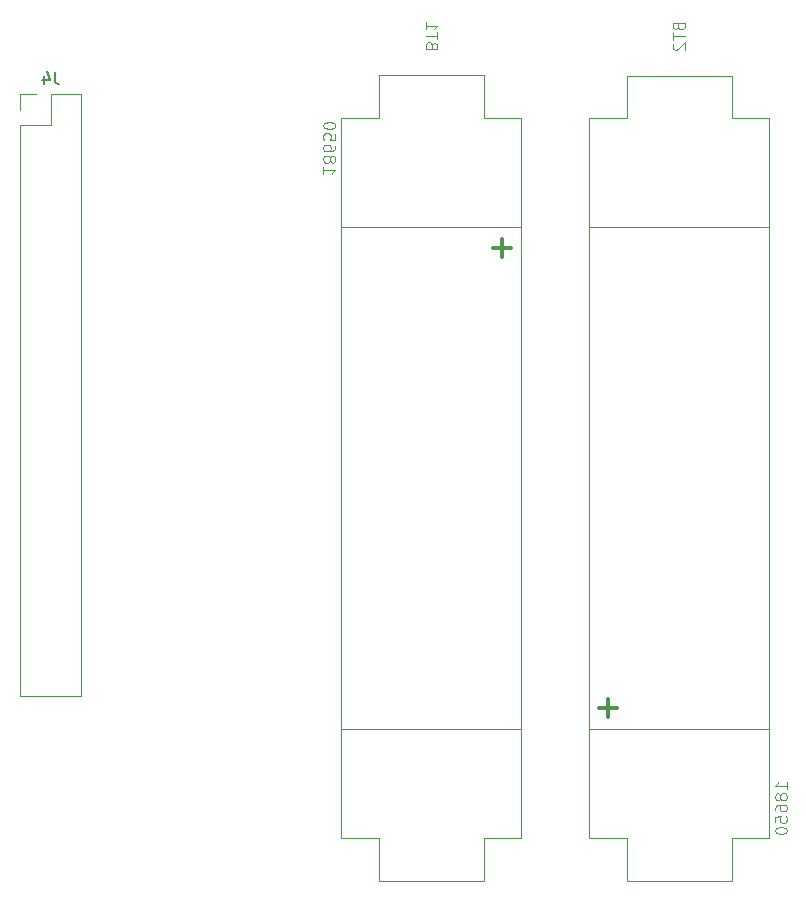
<source format=gbr>
%TF.GenerationSoftware,KiCad,Pcbnew,9.0.5*%
%TF.CreationDate,2025-11-24T08:34:37-05:00*%
%TF.ProjectId,devboard,64657662-6f61-4726-942e-6b696361645f,rev?*%
%TF.SameCoordinates,Original*%
%TF.FileFunction,Legend,Bot*%
%TF.FilePolarity,Positive*%
%FSLAX46Y46*%
G04 Gerber Fmt 4.6, Leading zero omitted, Abs format (unit mm)*
G04 Created by KiCad (PCBNEW 9.0.5) date 2025-11-24 08:34:37*
%MOMM*%
%LPD*%
G01*
G04 APERTURE LIST*
%ADD10C,0.100000*%
%ADD11C,0.150000*%
%ADD12C,0.300000*%
%ADD13C,0.120000*%
G04 APERTURE END LIST*
D10*
X167433609Y-51782142D02*
X167481228Y-51924999D01*
X167481228Y-51924999D02*
X167528847Y-51972618D01*
X167528847Y-51972618D02*
X167624085Y-52020237D01*
X167624085Y-52020237D02*
X167766942Y-52020237D01*
X167766942Y-52020237D02*
X167862180Y-51972618D01*
X167862180Y-51972618D02*
X167909800Y-51924999D01*
X167909800Y-51924999D02*
X167957419Y-51829761D01*
X167957419Y-51829761D02*
X167957419Y-51448809D01*
X167957419Y-51448809D02*
X166957419Y-51448809D01*
X166957419Y-51448809D02*
X166957419Y-51782142D01*
X166957419Y-51782142D02*
X167005038Y-51877380D01*
X167005038Y-51877380D02*
X167052657Y-51924999D01*
X167052657Y-51924999D02*
X167147895Y-51972618D01*
X167147895Y-51972618D02*
X167243133Y-51972618D01*
X167243133Y-51972618D02*
X167338371Y-51924999D01*
X167338371Y-51924999D02*
X167385990Y-51877380D01*
X167385990Y-51877380D02*
X167433609Y-51782142D01*
X167433609Y-51782142D02*
X167433609Y-51448809D01*
X166957419Y-52305952D02*
X166957419Y-52877380D01*
X167957419Y-52591666D02*
X166957419Y-52591666D01*
X167052657Y-53163095D02*
X167005038Y-53210714D01*
X167005038Y-53210714D02*
X166957419Y-53305952D01*
X166957419Y-53305952D02*
X166957419Y-53544047D01*
X166957419Y-53544047D02*
X167005038Y-53639285D01*
X167005038Y-53639285D02*
X167052657Y-53686904D01*
X167052657Y-53686904D02*
X167147895Y-53734523D01*
X167147895Y-53734523D02*
X167243133Y-53734523D01*
X167243133Y-53734523D02*
X167385990Y-53686904D01*
X167385990Y-53686904D02*
X167957419Y-53115476D01*
X167957419Y-53115476D02*
X167957419Y-53734523D01*
X176622419Y-116327693D02*
X176622419Y-115756265D01*
X176622419Y-116041979D02*
X175622419Y-116041979D01*
X175622419Y-116041979D02*
X175765276Y-115946741D01*
X175765276Y-115946741D02*
X175860514Y-115851503D01*
X175860514Y-115851503D02*
X175908133Y-115756265D01*
X176050990Y-116899122D02*
X176003371Y-116803884D01*
X176003371Y-116803884D02*
X175955752Y-116756265D01*
X175955752Y-116756265D02*
X175860514Y-116708646D01*
X175860514Y-116708646D02*
X175812895Y-116708646D01*
X175812895Y-116708646D02*
X175717657Y-116756265D01*
X175717657Y-116756265D02*
X175670038Y-116803884D01*
X175670038Y-116803884D02*
X175622419Y-116899122D01*
X175622419Y-116899122D02*
X175622419Y-117089598D01*
X175622419Y-117089598D02*
X175670038Y-117184836D01*
X175670038Y-117184836D02*
X175717657Y-117232455D01*
X175717657Y-117232455D02*
X175812895Y-117280074D01*
X175812895Y-117280074D02*
X175860514Y-117280074D01*
X175860514Y-117280074D02*
X175955752Y-117232455D01*
X175955752Y-117232455D02*
X176003371Y-117184836D01*
X176003371Y-117184836D02*
X176050990Y-117089598D01*
X176050990Y-117089598D02*
X176050990Y-116899122D01*
X176050990Y-116899122D02*
X176098609Y-116803884D01*
X176098609Y-116803884D02*
X176146228Y-116756265D01*
X176146228Y-116756265D02*
X176241466Y-116708646D01*
X176241466Y-116708646D02*
X176431942Y-116708646D01*
X176431942Y-116708646D02*
X176527180Y-116756265D01*
X176527180Y-116756265D02*
X176574800Y-116803884D01*
X176574800Y-116803884D02*
X176622419Y-116899122D01*
X176622419Y-116899122D02*
X176622419Y-117089598D01*
X176622419Y-117089598D02*
X176574800Y-117184836D01*
X176574800Y-117184836D02*
X176527180Y-117232455D01*
X176527180Y-117232455D02*
X176431942Y-117280074D01*
X176431942Y-117280074D02*
X176241466Y-117280074D01*
X176241466Y-117280074D02*
X176146228Y-117232455D01*
X176146228Y-117232455D02*
X176098609Y-117184836D01*
X176098609Y-117184836D02*
X176050990Y-117089598D01*
X175622419Y-118137217D02*
X175622419Y-117946741D01*
X175622419Y-117946741D02*
X175670038Y-117851503D01*
X175670038Y-117851503D02*
X175717657Y-117803884D01*
X175717657Y-117803884D02*
X175860514Y-117708646D01*
X175860514Y-117708646D02*
X176050990Y-117661027D01*
X176050990Y-117661027D02*
X176431942Y-117661027D01*
X176431942Y-117661027D02*
X176527180Y-117708646D01*
X176527180Y-117708646D02*
X176574800Y-117756265D01*
X176574800Y-117756265D02*
X176622419Y-117851503D01*
X176622419Y-117851503D02*
X176622419Y-118041979D01*
X176622419Y-118041979D02*
X176574800Y-118137217D01*
X176574800Y-118137217D02*
X176527180Y-118184836D01*
X176527180Y-118184836D02*
X176431942Y-118232455D01*
X176431942Y-118232455D02*
X176193847Y-118232455D01*
X176193847Y-118232455D02*
X176098609Y-118184836D01*
X176098609Y-118184836D02*
X176050990Y-118137217D01*
X176050990Y-118137217D02*
X176003371Y-118041979D01*
X176003371Y-118041979D02*
X176003371Y-117851503D01*
X176003371Y-117851503D02*
X176050990Y-117756265D01*
X176050990Y-117756265D02*
X176098609Y-117708646D01*
X176098609Y-117708646D02*
X176193847Y-117661027D01*
X175622419Y-119137217D02*
X175622419Y-118661027D01*
X175622419Y-118661027D02*
X176098609Y-118613408D01*
X176098609Y-118613408D02*
X176050990Y-118661027D01*
X176050990Y-118661027D02*
X176003371Y-118756265D01*
X176003371Y-118756265D02*
X176003371Y-118994360D01*
X176003371Y-118994360D02*
X176050990Y-119089598D01*
X176050990Y-119089598D02*
X176098609Y-119137217D01*
X176098609Y-119137217D02*
X176193847Y-119184836D01*
X176193847Y-119184836D02*
X176431942Y-119184836D01*
X176431942Y-119184836D02*
X176527180Y-119137217D01*
X176527180Y-119137217D02*
X176574800Y-119089598D01*
X176574800Y-119089598D02*
X176622419Y-118994360D01*
X176622419Y-118994360D02*
X176622419Y-118756265D01*
X176622419Y-118756265D02*
X176574800Y-118661027D01*
X176574800Y-118661027D02*
X176527180Y-118613408D01*
X175622419Y-119803884D02*
X175622419Y-119899122D01*
X175622419Y-119899122D02*
X175670038Y-119994360D01*
X175670038Y-119994360D02*
X175717657Y-120041979D01*
X175717657Y-120041979D02*
X175812895Y-120089598D01*
X175812895Y-120089598D02*
X176003371Y-120137217D01*
X176003371Y-120137217D02*
X176241466Y-120137217D01*
X176241466Y-120137217D02*
X176431942Y-120089598D01*
X176431942Y-120089598D02*
X176527180Y-120041979D01*
X176527180Y-120041979D02*
X176574800Y-119994360D01*
X176574800Y-119994360D02*
X176622419Y-119899122D01*
X176622419Y-119899122D02*
X176622419Y-119803884D01*
X176622419Y-119803884D02*
X176574800Y-119708646D01*
X176574800Y-119708646D02*
X176527180Y-119661027D01*
X176527180Y-119661027D02*
X176431942Y-119613408D01*
X176431942Y-119613408D02*
X176241466Y-119565789D01*
X176241466Y-119565789D02*
X176003371Y-119565789D01*
X176003371Y-119565789D02*
X175812895Y-119613408D01*
X175812895Y-119613408D02*
X175717657Y-119661027D01*
X175717657Y-119661027D02*
X175670038Y-119708646D01*
X175670038Y-119708646D02*
X175622419Y-119803884D01*
D11*
X114641333Y-55607469D02*
X114641333Y-56321754D01*
X114641333Y-56321754D02*
X114688952Y-56464611D01*
X114688952Y-56464611D02*
X114784190Y-56559850D01*
X114784190Y-56559850D02*
X114927047Y-56607469D01*
X114927047Y-56607469D02*
X115022285Y-56607469D01*
X113736571Y-55940802D02*
X113736571Y-56607469D01*
X113974666Y-55559850D02*
X114212761Y-56274135D01*
X114212761Y-56274135D02*
X113593714Y-56274135D01*
D10*
X146566390Y-53353571D02*
X146518771Y-53210714D01*
X146518771Y-53210714D02*
X146471152Y-53163095D01*
X146471152Y-53163095D02*
X146375914Y-53115476D01*
X146375914Y-53115476D02*
X146233057Y-53115476D01*
X146233057Y-53115476D02*
X146137819Y-53163095D01*
X146137819Y-53163095D02*
X146090200Y-53210714D01*
X146090200Y-53210714D02*
X146042580Y-53305952D01*
X146042580Y-53305952D02*
X146042580Y-53686904D01*
X146042580Y-53686904D02*
X147042580Y-53686904D01*
X147042580Y-53686904D02*
X147042580Y-53353571D01*
X147042580Y-53353571D02*
X146994961Y-53258333D01*
X146994961Y-53258333D02*
X146947342Y-53210714D01*
X146947342Y-53210714D02*
X146852104Y-53163095D01*
X146852104Y-53163095D02*
X146756866Y-53163095D01*
X146756866Y-53163095D02*
X146661628Y-53210714D01*
X146661628Y-53210714D02*
X146614009Y-53258333D01*
X146614009Y-53258333D02*
X146566390Y-53353571D01*
X146566390Y-53353571D02*
X146566390Y-53686904D01*
X147042580Y-52829761D02*
X147042580Y-52258333D01*
X146042580Y-52544047D02*
X147042580Y-52544047D01*
X146042580Y-51401190D02*
X146042580Y-51972618D01*
X146042580Y-51686904D02*
X147042580Y-51686904D01*
X147042580Y-51686904D02*
X146899723Y-51782142D01*
X146899723Y-51782142D02*
X146804485Y-51877380D01*
X146804485Y-51877380D02*
X146756866Y-51972618D01*
X137377580Y-63672306D02*
X137377580Y-64243734D01*
X137377580Y-63958020D02*
X138377580Y-63958020D01*
X138377580Y-63958020D02*
X138234723Y-64053258D01*
X138234723Y-64053258D02*
X138139485Y-64148496D01*
X138139485Y-64148496D02*
X138091866Y-64243734D01*
X137949009Y-63100877D02*
X137996628Y-63196115D01*
X137996628Y-63196115D02*
X138044247Y-63243734D01*
X138044247Y-63243734D02*
X138139485Y-63291353D01*
X138139485Y-63291353D02*
X138187104Y-63291353D01*
X138187104Y-63291353D02*
X138282342Y-63243734D01*
X138282342Y-63243734D02*
X138329961Y-63196115D01*
X138329961Y-63196115D02*
X138377580Y-63100877D01*
X138377580Y-63100877D02*
X138377580Y-62910401D01*
X138377580Y-62910401D02*
X138329961Y-62815163D01*
X138329961Y-62815163D02*
X138282342Y-62767544D01*
X138282342Y-62767544D02*
X138187104Y-62719925D01*
X138187104Y-62719925D02*
X138139485Y-62719925D01*
X138139485Y-62719925D02*
X138044247Y-62767544D01*
X138044247Y-62767544D02*
X137996628Y-62815163D01*
X137996628Y-62815163D02*
X137949009Y-62910401D01*
X137949009Y-62910401D02*
X137949009Y-63100877D01*
X137949009Y-63100877D02*
X137901390Y-63196115D01*
X137901390Y-63196115D02*
X137853771Y-63243734D01*
X137853771Y-63243734D02*
X137758533Y-63291353D01*
X137758533Y-63291353D02*
X137568057Y-63291353D01*
X137568057Y-63291353D02*
X137472819Y-63243734D01*
X137472819Y-63243734D02*
X137425200Y-63196115D01*
X137425200Y-63196115D02*
X137377580Y-63100877D01*
X137377580Y-63100877D02*
X137377580Y-62910401D01*
X137377580Y-62910401D02*
X137425200Y-62815163D01*
X137425200Y-62815163D02*
X137472819Y-62767544D01*
X137472819Y-62767544D02*
X137568057Y-62719925D01*
X137568057Y-62719925D02*
X137758533Y-62719925D01*
X137758533Y-62719925D02*
X137853771Y-62767544D01*
X137853771Y-62767544D02*
X137901390Y-62815163D01*
X137901390Y-62815163D02*
X137949009Y-62910401D01*
X138377580Y-61862782D02*
X138377580Y-62053258D01*
X138377580Y-62053258D02*
X138329961Y-62148496D01*
X138329961Y-62148496D02*
X138282342Y-62196115D01*
X138282342Y-62196115D02*
X138139485Y-62291353D01*
X138139485Y-62291353D02*
X137949009Y-62338972D01*
X137949009Y-62338972D02*
X137568057Y-62338972D01*
X137568057Y-62338972D02*
X137472819Y-62291353D01*
X137472819Y-62291353D02*
X137425200Y-62243734D01*
X137425200Y-62243734D02*
X137377580Y-62148496D01*
X137377580Y-62148496D02*
X137377580Y-61958020D01*
X137377580Y-61958020D02*
X137425200Y-61862782D01*
X137425200Y-61862782D02*
X137472819Y-61815163D01*
X137472819Y-61815163D02*
X137568057Y-61767544D01*
X137568057Y-61767544D02*
X137806152Y-61767544D01*
X137806152Y-61767544D02*
X137901390Y-61815163D01*
X137901390Y-61815163D02*
X137949009Y-61862782D01*
X137949009Y-61862782D02*
X137996628Y-61958020D01*
X137996628Y-61958020D02*
X137996628Y-62148496D01*
X137996628Y-62148496D02*
X137949009Y-62243734D01*
X137949009Y-62243734D02*
X137901390Y-62291353D01*
X137901390Y-62291353D02*
X137806152Y-62338972D01*
X138377580Y-60862782D02*
X138377580Y-61338972D01*
X138377580Y-61338972D02*
X137901390Y-61386591D01*
X137901390Y-61386591D02*
X137949009Y-61338972D01*
X137949009Y-61338972D02*
X137996628Y-61243734D01*
X137996628Y-61243734D02*
X137996628Y-61005639D01*
X137996628Y-61005639D02*
X137949009Y-60910401D01*
X137949009Y-60910401D02*
X137901390Y-60862782D01*
X137901390Y-60862782D02*
X137806152Y-60815163D01*
X137806152Y-60815163D02*
X137568057Y-60815163D01*
X137568057Y-60815163D02*
X137472819Y-60862782D01*
X137472819Y-60862782D02*
X137425200Y-60910401D01*
X137425200Y-60910401D02*
X137377580Y-61005639D01*
X137377580Y-61005639D02*
X137377580Y-61243734D01*
X137377580Y-61243734D02*
X137425200Y-61338972D01*
X137425200Y-61338972D02*
X137472819Y-61386591D01*
X138377580Y-60196115D02*
X138377580Y-60100877D01*
X138377580Y-60100877D02*
X138329961Y-60005639D01*
X138329961Y-60005639D02*
X138282342Y-59958020D01*
X138282342Y-59958020D02*
X138187104Y-59910401D01*
X138187104Y-59910401D02*
X137996628Y-59862782D01*
X137996628Y-59862782D02*
X137758533Y-59862782D01*
X137758533Y-59862782D02*
X137568057Y-59910401D01*
X137568057Y-59910401D02*
X137472819Y-59958020D01*
X137472819Y-59958020D02*
X137425200Y-60005639D01*
X137425200Y-60005639D02*
X137377580Y-60100877D01*
X137377580Y-60100877D02*
X137377580Y-60196115D01*
X137377580Y-60196115D02*
X137425200Y-60291353D01*
X137425200Y-60291353D02*
X137472819Y-60338972D01*
X137472819Y-60338972D02*
X137568057Y-60386591D01*
X137568057Y-60386591D02*
X137758533Y-60434210D01*
X137758533Y-60434210D02*
X137996628Y-60434210D01*
X137996628Y-60434210D02*
X138187104Y-60386591D01*
X138187104Y-60386591D02*
X138282342Y-60338972D01*
X138282342Y-60338972D02*
X138329961Y-60291353D01*
X138329961Y-60291353D02*
X138377580Y-60196115D01*
%TO.C,BT2*%
X159880000Y-59520000D02*
X159880000Y-68780000D01*
X159880000Y-59520000D02*
X163055000Y-59520000D01*
X159880000Y-68780000D02*
X159880000Y-111250000D01*
X159880000Y-68780000D02*
X175120000Y-68780000D01*
X159880000Y-120510000D02*
X159880000Y-111250000D01*
D12*
X160750000Y-109500000D02*
X162250000Y-109500000D01*
X161500000Y-108750000D02*
X161500000Y-110250000D01*
D10*
X163055000Y-55920000D02*
X163055000Y-59520000D01*
X163055000Y-55920000D02*
X171945000Y-55920000D01*
X163055000Y-120510000D02*
X159880000Y-120510000D01*
X163055000Y-124110000D02*
X163055000Y-120510000D01*
X171945000Y-55920000D02*
X171945000Y-59520000D01*
X171945000Y-59520000D02*
X175120000Y-59520000D01*
X171945000Y-124110000D02*
X163055000Y-124110000D01*
X171945000Y-124110000D02*
X171945000Y-120510000D01*
X175120000Y-59520000D02*
X175120000Y-68780000D01*
X175120000Y-68780000D02*
X175120000Y-111250000D01*
X175120000Y-111250000D02*
X159880000Y-111250000D01*
X175120000Y-120510000D02*
X171945000Y-120510000D01*
X175120000Y-120510000D02*
X175120000Y-111250000D01*
D13*
%TO.C,J4*%
X111688000Y-57495900D02*
X111688000Y-58825900D01*
X111688000Y-60095900D02*
X111688000Y-108415900D01*
X113018000Y-57495900D02*
X111688000Y-57495900D01*
X114288000Y-57495900D02*
X114288000Y-60095900D01*
X114288000Y-60095900D02*
X111688000Y-60095900D01*
X116888000Y-57495900D02*
X114288000Y-57495900D01*
X116888000Y-57495900D02*
X116888000Y-108415900D01*
X116888000Y-108415900D02*
X111688000Y-108415900D01*
D10*
%TO.C,BT1*%
X138880000Y-59490000D02*
X138880000Y-68750000D01*
X138880000Y-59490000D02*
X142055000Y-59490000D01*
X138880000Y-68750000D02*
X154120000Y-68750000D01*
X138880000Y-111220000D02*
X138880000Y-68750000D01*
X138880000Y-120480000D02*
X138880000Y-111220000D01*
X142055000Y-55890000D02*
X142055000Y-59490000D01*
X142055000Y-55890000D02*
X150945000Y-55890000D01*
X142055000Y-120480000D02*
X138880000Y-120480000D01*
X142055000Y-124080000D02*
X142055000Y-120480000D01*
X150945000Y-55890000D02*
X150945000Y-59490000D01*
X150945000Y-59490000D02*
X154120000Y-59490000D01*
X150945000Y-124080000D02*
X142055000Y-124080000D01*
X150945000Y-124080000D02*
X150945000Y-120480000D01*
D12*
X152500000Y-71250000D02*
X152500000Y-69750000D01*
X153250000Y-70500000D02*
X151750000Y-70500000D01*
D10*
X154120000Y-59490000D02*
X154120000Y-68750000D01*
X154120000Y-111220000D02*
X138880000Y-111220000D01*
X154120000Y-111220000D02*
X154120000Y-68750000D01*
X154120000Y-120480000D02*
X150945000Y-120480000D01*
X154120000Y-120480000D02*
X154120000Y-111220000D01*
%TD*%
M02*

</source>
